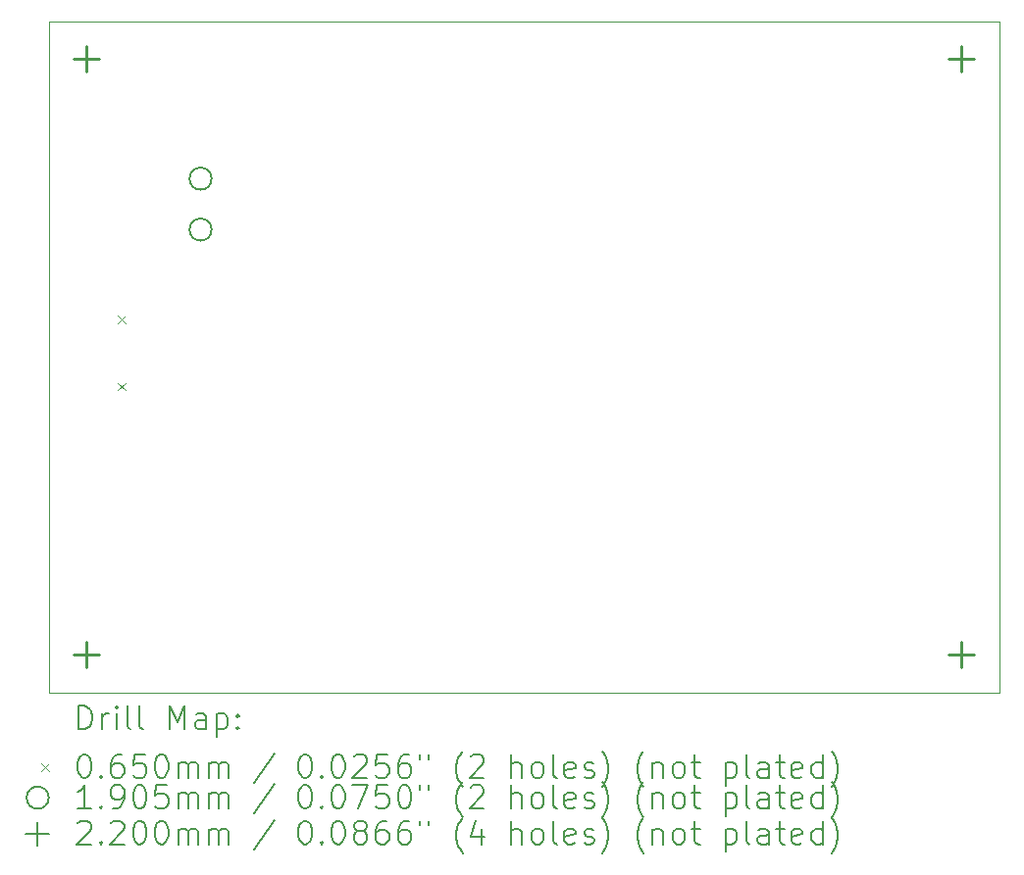
<source format=gbr>
%TF.GenerationSoftware,KiCad,Pcbnew,7.0.10-7.0.10~ubuntu20.04.1*%
%TF.CreationDate,2024-05-01T22:26:40+02:00*%
%TF.ProjectId,endeavour,656e6465-6176-46f7-9572-2e6b69636164,rev?*%
%TF.SameCoordinates,Original*%
%TF.FileFunction,Drillmap*%
%TF.FilePolarity,Positive*%
%FSLAX45Y45*%
G04 Gerber Fmt 4.5, Leading zero omitted, Abs format (unit mm)*
G04 Created by KiCad (PCBNEW 7.0.10-7.0.10~ubuntu20.04.1) date 2024-05-01 22:26:40*
%MOMM*%
%LPD*%
G01*
G04 APERTURE LIST*
%ADD10C,0.100000*%
%ADD11C,0.200000*%
%ADD12C,0.190500*%
%ADD13C,0.220000*%
G04 APERTURE END LIST*
D10*
X8167500Y-6000000D02*
X16367500Y-6000000D01*
X16367500Y-11800000D01*
X8167500Y-11800000D01*
X8167500Y-6000000D01*
D11*
D10*
X8758580Y-8546500D02*
X8823580Y-8611500D01*
X8823580Y-8546500D02*
X8758580Y-8611500D01*
X8758580Y-9124500D02*
X8823580Y-9189500D01*
X8823580Y-9124500D02*
X8758580Y-9189500D01*
D12*
X9568330Y-7360580D02*
G75*
G03*
X9377830Y-7360580I-95250J0D01*
G01*
X9377830Y-7360580D02*
G75*
G03*
X9568330Y-7360580I95250J0D01*
G01*
X9568330Y-7800000D02*
G75*
G03*
X9377830Y-7800000I-95250J0D01*
G01*
X9377830Y-7800000D02*
G75*
G03*
X9568330Y-7800000I95250J0D01*
G01*
D13*
X8490000Y-6215000D02*
X8490000Y-6435000D01*
X8380000Y-6325000D02*
X8600000Y-6325000D01*
X8490000Y-11362500D02*
X8490000Y-11582500D01*
X8380000Y-11472500D02*
X8600000Y-11472500D01*
X16040000Y-6215000D02*
X16040000Y-6435000D01*
X15930000Y-6325000D02*
X16150000Y-6325000D01*
X16040000Y-11365000D02*
X16040000Y-11585000D01*
X15930000Y-11475000D02*
X16150000Y-11475000D01*
D11*
X8423277Y-12116484D02*
X8423277Y-11916484D01*
X8423277Y-11916484D02*
X8470896Y-11916484D01*
X8470896Y-11916484D02*
X8499467Y-11926008D01*
X8499467Y-11926008D02*
X8518515Y-11945055D01*
X8518515Y-11945055D02*
X8528039Y-11964103D01*
X8528039Y-11964103D02*
X8537563Y-12002198D01*
X8537563Y-12002198D02*
X8537563Y-12030769D01*
X8537563Y-12030769D02*
X8528039Y-12068865D01*
X8528039Y-12068865D02*
X8518515Y-12087912D01*
X8518515Y-12087912D02*
X8499467Y-12106960D01*
X8499467Y-12106960D02*
X8470896Y-12116484D01*
X8470896Y-12116484D02*
X8423277Y-12116484D01*
X8623277Y-12116484D02*
X8623277Y-11983150D01*
X8623277Y-12021246D02*
X8632801Y-12002198D01*
X8632801Y-12002198D02*
X8642324Y-11992674D01*
X8642324Y-11992674D02*
X8661372Y-11983150D01*
X8661372Y-11983150D02*
X8680420Y-11983150D01*
X8747086Y-12116484D02*
X8747086Y-11983150D01*
X8747086Y-11916484D02*
X8737563Y-11926008D01*
X8737563Y-11926008D02*
X8747086Y-11935531D01*
X8747086Y-11935531D02*
X8756610Y-11926008D01*
X8756610Y-11926008D02*
X8747086Y-11916484D01*
X8747086Y-11916484D02*
X8747086Y-11935531D01*
X8870896Y-12116484D02*
X8851848Y-12106960D01*
X8851848Y-12106960D02*
X8842324Y-12087912D01*
X8842324Y-12087912D02*
X8842324Y-11916484D01*
X8975658Y-12116484D02*
X8956610Y-12106960D01*
X8956610Y-12106960D02*
X8947086Y-12087912D01*
X8947086Y-12087912D02*
X8947086Y-11916484D01*
X9204229Y-12116484D02*
X9204229Y-11916484D01*
X9204229Y-11916484D02*
X9270896Y-12059341D01*
X9270896Y-12059341D02*
X9337563Y-11916484D01*
X9337563Y-11916484D02*
X9337563Y-12116484D01*
X9518515Y-12116484D02*
X9518515Y-12011722D01*
X9518515Y-12011722D02*
X9508991Y-11992674D01*
X9508991Y-11992674D02*
X9489944Y-11983150D01*
X9489944Y-11983150D02*
X9451848Y-11983150D01*
X9451848Y-11983150D02*
X9432801Y-11992674D01*
X9518515Y-12106960D02*
X9499467Y-12116484D01*
X9499467Y-12116484D02*
X9451848Y-12116484D01*
X9451848Y-12116484D02*
X9432801Y-12106960D01*
X9432801Y-12106960D02*
X9423277Y-12087912D01*
X9423277Y-12087912D02*
X9423277Y-12068865D01*
X9423277Y-12068865D02*
X9432801Y-12049817D01*
X9432801Y-12049817D02*
X9451848Y-12040293D01*
X9451848Y-12040293D02*
X9499467Y-12040293D01*
X9499467Y-12040293D02*
X9518515Y-12030769D01*
X9613753Y-11983150D02*
X9613753Y-12183150D01*
X9613753Y-11992674D02*
X9632801Y-11983150D01*
X9632801Y-11983150D02*
X9670896Y-11983150D01*
X9670896Y-11983150D02*
X9689944Y-11992674D01*
X9689944Y-11992674D02*
X9699467Y-12002198D01*
X9699467Y-12002198D02*
X9708991Y-12021246D01*
X9708991Y-12021246D02*
X9708991Y-12078388D01*
X9708991Y-12078388D02*
X9699467Y-12097436D01*
X9699467Y-12097436D02*
X9689944Y-12106960D01*
X9689944Y-12106960D02*
X9670896Y-12116484D01*
X9670896Y-12116484D02*
X9632801Y-12116484D01*
X9632801Y-12116484D02*
X9613753Y-12106960D01*
X9794705Y-12097436D02*
X9804229Y-12106960D01*
X9804229Y-12106960D02*
X9794705Y-12116484D01*
X9794705Y-12116484D02*
X9785182Y-12106960D01*
X9785182Y-12106960D02*
X9794705Y-12097436D01*
X9794705Y-12097436D02*
X9794705Y-12116484D01*
X9794705Y-11992674D02*
X9804229Y-12002198D01*
X9804229Y-12002198D02*
X9794705Y-12011722D01*
X9794705Y-12011722D02*
X9785182Y-12002198D01*
X9785182Y-12002198D02*
X9794705Y-11992674D01*
X9794705Y-11992674D02*
X9794705Y-12011722D01*
D10*
X8097500Y-12412500D02*
X8162500Y-12477500D01*
X8162500Y-12412500D02*
X8097500Y-12477500D01*
D11*
X8461372Y-12336484D02*
X8480420Y-12336484D01*
X8480420Y-12336484D02*
X8499467Y-12346008D01*
X8499467Y-12346008D02*
X8508991Y-12355531D01*
X8508991Y-12355531D02*
X8518515Y-12374579D01*
X8518515Y-12374579D02*
X8528039Y-12412674D01*
X8528039Y-12412674D02*
X8528039Y-12460293D01*
X8528039Y-12460293D02*
X8518515Y-12498388D01*
X8518515Y-12498388D02*
X8508991Y-12517436D01*
X8508991Y-12517436D02*
X8499467Y-12526960D01*
X8499467Y-12526960D02*
X8480420Y-12536484D01*
X8480420Y-12536484D02*
X8461372Y-12536484D01*
X8461372Y-12536484D02*
X8442324Y-12526960D01*
X8442324Y-12526960D02*
X8432801Y-12517436D01*
X8432801Y-12517436D02*
X8423277Y-12498388D01*
X8423277Y-12498388D02*
X8413753Y-12460293D01*
X8413753Y-12460293D02*
X8413753Y-12412674D01*
X8413753Y-12412674D02*
X8423277Y-12374579D01*
X8423277Y-12374579D02*
X8432801Y-12355531D01*
X8432801Y-12355531D02*
X8442324Y-12346008D01*
X8442324Y-12346008D02*
X8461372Y-12336484D01*
X8613753Y-12517436D02*
X8623277Y-12526960D01*
X8623277Y-12526960D02*
X8613753Y-12536484D01*
X8613753Y-12536484D02*
X8604229Y-12526960D01*
X8604229Y-12526960D02*
X8613753Y-12517436D01*
X8613753Y-12517436D02*
X8613753Y-12536484D01*
X8794705Y-12336484D02*
X8756610Y-12336484D01*
X8756610Y-12336484D02*
X8737563Y-12346008D01*
X8737563Y-12346008D02*
X8728039Y-12355531D01*
X8728039Y-12355531D02*
X8708991Y-12384103D01*
X8708991Y-12384103D02*
X8699467Y-12422198D01*
X8699467Y-12422198D02*
X8699467Y-12498388D01*
X8699467Y-12498388D02*
X8708991Y-12517436D01*
X8708991Y-12517436D02*
X8718515Y-12526960D01*
X8718515Y-12526960D02*
X8737563Y-12536484D01*
X8737563Y-12536484D02*
X8775658Y-12536484D01*
X8775658Y-12536484D02*
X8794705Y-12526960D01*
X8794705Y-12526960D02*
X8804229Y-12517436D01*
X8804229Y-12517436D02*
X8813753Y-12498388D01*
X8813753Y-12498388D02*
X8813753Y-12450769D01*
X8813753Y-12450769D02*
X8804229Y-12431722D01*
X8804229Y-12431722D02*
X8794705Y-12422198D01*
X8794705Y-12422198D02*
X8775658Y-12412674D01*
X8775658Y-12412674D02*
X8737563Y-12412674D01*
X8737563Y-12412674D02*
X8718515Y-12422198D01*
X8718515Y-12422198D02*
X8708991Y-12431722D01*
X8708991Y-12431722D02*
X8699467Y-12450769D01*
X8994705Y-12336484D02*
X8899467Y-12336484D01*
X8899467Y-12336484D02*
X8889944Y-12431722D01*
X8889944Y-12431722D02*
X8899467Y-12422198D01*
X8899467Y-12422198D02*
X8918515Y-12412674D01*
X8918515Y-12412674D02*
X8966134Y-12412674D01*
X8966134Y-12412674D02*
X8985182Y-12422198D01*
X8985182Y-12422198D02*
X8994705Y-12431722D01*
X8994705Y-12431722D02*
X9004229Y-12450769D01*
X9004229Y-12450769D02*
X9004229Y-12498388D01*
X9004229Y-12498388D02*
X8994705Y-12517436D01*
X8994705Y-12517436D02*
X8985182Y-12526960D01*
X8985182Y-12526960D02*
X8966134Y-12536484D01*
X8966134Y-12536484D02*
X8918515Y-12536484D01*
X8918515Y-12536484D02*
X8899467Y-12526960D01*
X8899467Y-12526960D02*
X8889944Y-12517436D01*
X9128039Y-12336484D02*
X9147086Y-12336484D01*
X9147086Y-12336484D02*
X9166134Y-12346008D01*
X9166134Y-12346008D02*
X9175658Y-12355531D01*
X9175658Y-12355531D02*
X9185182Y-12374579D01*
X9185182Y-12374579D02*
X9194705Y-12412674D01*
X9194705Y-12412674D02*
X9194705Y-12460293D01*
X9194705Y-12460293D02*
X9185182Y-12498388D01*
X9185182Y-12498388D02*
X9175658Y-12517436D01*
X9175658Y-12517436D02*
X9166134Y-12526960D01*
X9166134Y-12526960D02*
X9147086Y-12536484D01*
X9147086Y-12536484D02*
X9128039Y-12536484D01*
X9128039Y-12536484D02*
X9108991Y-12526960D01*
X9108991Y-12526960D02*
X9099467Y-12517436D01*
X9099467Y-12517436D02*
X9089944Y-12498388D01*
X9089944Y-12498388D02*
X9080420Y-12460293D01*
X9080420Y-12460293D02*
X9080420Y-12412674D01*
X9080420Y-12412674D02*
X9089944Y-12374579D01*
X9089944Y-12374579D02*
X9099467Y-12355531D01*
X9099467Y-12355531D02*
X9108991Y-12346008D01*
X9108991Y-12346008D02*
X9128039Y-12336484D01*
X9280420Y-12536484D02*
X9280420Y-12403150D01*
X9280420Y-12422198D02*
X9289944Y-12412674D01*
X9289944Y-12412674D02*
X9308991Y-12403150D01*
X9308991Y-12403150D02*
X9337563Y-12403150D01*
X9337563Y-12403150D02*
X9356610Y-12412674D01*
X9356610Y-12412674D02*
X9366134Y-12431722D01*
X9366134Y-12431722D02*
X9366134Y-12536484D01*
X9366134Y-12431722D02*
X9375658Y-12412674D01*
X9375658Y-12412674D02*
X9394705Y-12403150D01*
X9394705Y-12403150D02*
X9423277Y-12403150D01*
X9423277Y-12403150D02*
X9442325Y-12412674D01*
X9442325Y-12412674D02*
X9451848Y-12431722D01*
X9451848Y-12431722D02*
X9451848Y-12536484D01*
X9547086Y-12536484D02*
X9547086Y-12403150D01*
X9547086Y-12422198D02*
X9556610Y-12412674D01*
X9556610Y-12412674D02*
X9575658Y-12403150D01*
X9575658Y-12403150D02*
X9604229Y-12403150D01*
X9604229Y-12403150D02*
X9623277Y-12412674D01*
X9623277Y-12412674D02*
X9632801Y-12431722D01*
X9632801Y-12431722D02*
X9632801Y-12536484D01*
X9632801Y-12431722D02*
X9642325Y-12412674D01*
X9642325Y-12412674D02*
X9661372Y-12403150D01*
X9661372Y-12403150D02*
X9689944Y-12403150D01*
X9689944Y-12403150D02*
X9708991Y-12412674D01*
X9708991Y-12412674D02*
X9718515Y-12431722D01*
X9718515Y-12431722D02*
X9718515Y-12536484D01*
X10108991Y-12326960D02*
X9937563Y-12584103D01*
X10366134Y-12336484D02*
X10385182Y-12336484D01*
X10385182Y-12336484D02*
X10404229Y-12346008D01*
X10404229Y-12346008D02*
X10413753Y-12355531D01*
X10413753Y-12355531D02*
X10423277Y-12374579D01*
X10423277Y-12374579D02*
X10432801Y-12412674D01*
X10432801Y-12412674D02*
X10432801Y-12460293D01*
X10432801Y-12460293D02*
X10423277Y-12498388D01*
X10423277Y-12498388D02*
X10413753Y-12517436D01*
X10413753Y-12517436D02*
X10404229Y-12526960D01*
X10404229Y-12526960D02*
X10385182Y-12536484D01*
X10385182Y-12536484D02*
X10366134Y-12536484D01*
X10366134Y-12536484D02*
X10347087Y-12526960D01*
X10347087Y-12526960D02*
X10337563Y-12517436D01*
X10337563Y-12517436D02*
X10328039Y-12498388D01*
X10328039Y-12498388D02*
X10318515Y-12460293D01*
X10318515Y-12460293D02*
X10318515Y-12412674D01*
X10318515Y-12412674D02*
X10328039Y-12374579D01*
X10328039Y-12374579D02*
X10337563Y-12355531D01*
X10337563Y-12355531D02*
X10347087Y-12346008D01*
X10347087Y-12346008D02*
X10366134Y-12336484D01*
X10518515Y-12517436D02*
X10528039Y-12526960D01*
X10528039Y-12526960D02*
X10518515Y-12536484D01*
X10518515Y-12536484D02*
X10508991Y-12526960D01*
X10508991Y-12526960D02*
X10518515Y-12517436D01*
X10518515Y-12517436D02*
X10518515Y-12536484D01*
X10651848Y-12336484D02*
X10670896Y-12336484D01*
X10670896Y-12336484D02*
X10689944Y-12346008D01*
X10689944Y-12346008D02*
X10699468Y-12355531D01*
X10699468Y-12355531D02*
X10708991Y-12374579D01*
X10708991Y-12374579D02*
X10718515Y-12412674D01*
X10718515Y-12412674D02*
X10718515Y-12460293D01*
X10718515Y-12460293D02*
X10708991Y-12498388D01*
X10708991Y-12498388D02*
X10699468Y-12517436D01*
X10699468Y-12517436D02*
X10689944Y-12526960D01*
X10689944Y-12526960D02*
X10670896Y-12536484D01*
X10670896Y-12536484D02*
X10651848Y-12536484D01*
X10651848Y-12536484D02*
X10632801Y-12526960D01*
X10632801Y-12526960D02*
X10623277Y-12517436D01*
X10623277Y-12517436D02*
X10613753Y-12498388D01*
X10613753Y-12498388D02*
X10604229Y-12460293D01*
X10604229Y-12460293D02*
X10604229Y-12412674D01*
X10604229Y-12412674D02*
X10613753Y-12374579D01*
X10613753Y-12374579D02*
X10623277Y-12355531D01*
X10623277Y-12355531D02*
X10632801Y-12346008D01*
X10632801Y-12346008D02*
X10651848Y-12336484D01*
X10794706Y-12355531D02*
X10804229Y-12346008D01*
X10804229Y-12346008D02*
X10823277Y-12336484D01*
X10823277Y-12336484D02*
X10870896Y-12336484D01*
X10870896Y-12336484D02*
X10889944Y-12346008D01*
X10889944Y-12346008D02*
X10899468Y-12355531D01*
X10899468Y-12355531D02*
X10908991Y-12374579D01*
X10908991Y-12374579D02*
X10908991Y-12393627D01*
X10908991Y-12393627D02*
X10899468Y-12422198D01*
X10899468Y-12422198D02*
X10785182Y-12536484D01*
X10785182Y-12536484D02*
X10908991Y-12536484D01*
X11089944Y-12336484D02*
X10994706Y-12336484D01*
X10994706Y-12336484D02*
X10985182Y-12431722D01*
X10985182Y-12431722D02*
X10994706Y-12422198D01*
X10994706Y-12422198D02*
X11013753Y-12412674D01*
X11013753Y-12412674D02*
X11061372Y-12412674D01*
X11061372Y-12412674D02*
X11080420Y-12422198D01*
X11080420Y-12422198D02*
X11089944Y-12431722D01*
X11089944Y-12431722D02*
X11099468Y-12450769D01*
X11099468Y-12450769D02*
X11099468Y-12498388D01*
X11099468Y-12498388D02*
X11089944Y-12517436D01*
X11089944Y-12517436D02*
X11080420Y-12526960D01*
X11080420Y-12526960D02*
X11061372Y-12536484D01*
X11061372Y-12536484D02*
X11013753Y-12536484D01*
X11013753Y-12536484D02*
X10994706Y-12526960D01*
X10994706Y-12526960D02*
X10985182Y-12517436D01*
X11270896Y-12336484D02*
X11232801Y-12336484D01*
X11232801Y-12336484D02*
X11213753Y-12346008D01*
X11213753Y-12346008D02*
X11204229Y-12355531D01*
X11204229Y-12355531D02*
X11185182Y-12384103D01*
X11185182Y-12384103D02*
X11175658Y-12422198D01*
X11175658Y-12422198D02*
X11175658Y-12498388D01*
X11175658Y-12498388D02*
X11185182Y-12517436D01*
X11185182Y-12517436D02*
X11194706Y-12526960D01*
X11194706Y-12526960D02*
X11213753Y-12536484D01*
X11213753Y-12536484D02*
X11251848Y-12536484D01*
X11251848Y-12536484D02*
X11270896Y-12526960D01*
X11270896Y-12526960D02*
X11280420Y-12517436D01*
X11280420Y-12517436D02*
X11289944Y-12498388D01*
X11289944Y-12498388D02*
X11289944Y-12450769D01*
X11289944Y-12450769D02*
X11280420Y-12431722D01*
X11280420Y-12431722D02*
X11270896Y-12422198D01*
X11270896Y-12422198D02*
X11251848Y-12412674D01*
X11251848Y-12412674D02*
X11213753Y-12412674D01*
X11213753Y-12412674D02*
X11194706Y-12422198D01*
X11194706Y-12422198D02*
X11185182Y-12431722D01*
X11185182Y-12431722D02*
X11175658Y-12450769D01*
X11366134Y-12336484D02*
X11366134Y-12374579D01*
X11442325Y-12336484D02*
X11442325Y-12374579D01*
X11737563Y-12612674D02*
X11728039Y-12603150D01*
X11728039Y-12603150D02*
X11708991Y-12574579D01*
X11708991Y-12574579D02*
X11699468Y-12555531D01*
X11699468Y-12555531D02*
X11689944Y-12526960D01*
X11689944Y-12526960D02*
X11680420Y-12479341D01*
X11680420Y-12479341D02*
X11680420Y-12441246D01*
X11680420Y-12441246D02*
X11689944Y-12393627D01*
X11689944Y-12393627D02*
X11699468Y-12365055D01*
X11699468Y-12365055D02*
X11708991Y-12346008D01*
X11708991Y-12346008D02*
X11728039Y-12317436D01*
X11728039Y-12317436D02*
X11737563Y-12307912D01*
X11804229Y-12355531D02*
X11813753Y-12346008D01*
X11813753Y-12346008D02*
X11832801Y-12336484D01*
X11832801Y-12336484D02*
X11880420Y-12336484D01*
X11880420Y-12336484D02*
X11899468Y-12346008D01*
X11899468Y-12346008D02*
X11908991Y-12355531D01*
X11908991Y-12355531D02*
X11918515Y-12374579D01*
X11918515Y-12374579D02*
X11918515Y-12393627D01*
X11918515Y-12393627D02*
X11908991Y-12422198D01*
X11908991Y-12422198D02*
X11794706Y-12536484D01*
X11794706Y-12536484D02*
X11918515Y-12536484D01*
X12156610Y-12536484D02*
X12156610Y-12336484D01*
X12242325Y-12536484D02*
X12242325Y-12431722D01*
X12242325Y-12431722D02*
X12232801Y-12412674D01*
X12232801Y-12412674D02*
X12213753Y-12403150D01*
X12213753Y-12403150D02*
X12185182Y-12403150D01*
X12185182Y-12403150D02*
X12166134Y-12412674D01*
X12166134Y-12412674D02*
X12156610Y-12422198D01*
X12366134Y-12536484D02*
X12347087Y-12526960D01*
X12347087Y-12526960D02*
X12337563Y-12517436D01*
X12337563Y-12517436D02*
X12328039Y-12498388D01*
X12328039Y-12498388D02*
X12328039Y-12441246D01*
X12328039Y-12441246D02*
X12337563Y-12422198D01*
X12337563Y-12422198D02*
X12347087Y-12412674D01*
X12347087Y-12412674D02*
X12366134Y-12403150D01*
X12366134Y-12403150D02*
X12394706Y-12403150D01*
X12394706Y-12403150D02*
X12413753Y-12412674D01*
X12413753Y-12412674D02*
X12423277Y-12422198D01*
X12423277Y-12422198D02*
X12432801Y-12441246D01*
X12432801Y-12441246D02*
X12432801Y-12498388D01*
X12432801Y-12498388D02*
X12423277Y-12517436D01*
X12423277Y-12517436D02*
X12413753Y-12526960D01*
X12413753Y-12526960D02*
X12394706Y-12536484D01*
X12394706Y-12536484D02*
X12366134Y-12536484D01*
X12547087Y-12536484D02*
X12528039Y-12526960D01*
X12528039Y-12526960D02*
X12518515Y-12507912D01*
X12518515Y-12507912D02*
X12518515Y-12336484D01*
X12699468Y-12526960D02*
X12680420Y-12536484D01*
X12680420Y-12536484D02*
X12642325Y-12536484D01*
X12642325Y-12536484D02*
X12623277Y-12526960D01*
X12623277Y-12526960D02*
X12613753Y-12507912D01*
X12613753Y-12507912D02*
X12613753Y-12431722D01*
X12613753Y-12431722D02*
X12623277Y-12412674D01*
X12623277Y-12412674D02*
X12642325Y-12403150D01*
X12642325Y-12403150D02*
X12680420Y-12403150D01*
X12680420Y-12403150D02*
X12699468Y-12412674D01*
X12699468Y-12412674D02*
X12708991Y-12431722D01*
X12708991Y-12431722D02*
X12708991Y-12450769D01*
X12708991Y-12450769D02*
X12613753Y-12469817D01*
X12785182Y-12526960D02*
X12804230Y-12536484D01*
X12804230Y-12536484D02*
X12842325Y-12536484D01*
X12842325Y-12536484D02*
X12861372Y-12526960D01*
X12861372Y-12526960D02*
X12870896Y-12507912D01*
X12870896Y-12507912D02*
X12870896Y-12498388D01*
X12870896Y-12498388D02*
X12861372Y-12479341D01*
X12861372Y-12479341D02*
X12842325Y-12469817D01*
X12842325Y-12469817D02*
X12813753Y-12469817D01*
X12813753Y-12469817D02*
X12794706Y-12460293D01*
X12794706Y-12460293D02*
X12785182Y-12441246D01*
X12785182Y-12441246D02*
X12785182Y-12431722D01*
X12785182Y-12431722D02*
X12794706Y-12412674D01*
X12794706Y-12412674D02*
X12813753Y-12403150D01*
X12813753Y-12403150D02*
X12842325Y-12403150D01*
X12842325Y-12403150D02*
X12861372Y-12412674D01*
X12937563Y-12612674D02*
X12947087Y-12603150D01*
X12947087Y-12603150D02*
X12966134Y-12574579D01*
X12966134Y-12574579D02*
X12975658Y-12555531D01*
X12975658Y-12555531D02*
X12985182Y-12526960D01*
X12985182Y-12526960D02*
X12994706Y-12479341D01*
X12994706Y-12479341D02*
X12994706Y-12441246D01*
X12994706Y-12441246D02*
X12985182Y-12393627D01*
X12985182Y-12393627D02*
X12975658Y-12365055D01*
X12975658Y-12365055D02*
X12966134Y-12346008D01*
X12966134Y-12346008D02*
X12947087Y-12317436D01*
X12947087Y-12317436D02*
X12937563Y-12307912D01*
X13299468Y-12612674D02*
X13289944Y-12603150D01*
X13289944Y-12603150D02*
X13270896Y-12574579D01*
X13270896Y-12574579D02*
X13261372Y-12555531D01*
X13261372Y-12555531D02*
X13251849Y-12526960D01*
X13251849Y-12526960D02*
X13242325Y-12479341D01*
X13242325Y-12479341D02*
X13242325Y-12441246D01*
X13242325Y-12441246D02*
X13251849Y-12393627D01*
X13251849Y-12393627D02*
X13261372Y-12365055D01*
X13261372Y-12365055D02*
X13270896Y-12346008D01*
X13270896Y-12346008D02*
X13289944Y-12317436D01*
X13289944Y-12317436D02*
X13299468Y-12307912D01*
X13375658Y-12403150D02*
X13375658Y-12536484D01*
X13375658Y-12422198D02*
X13385182Y-12412674D01*
X13385182Y-12412674D02*
X13404230Y-12403150D01*
X13404230Y-12403150D02*
X13432801Y-12403150D01*
X13432801Y-12403150D02*
X13451849Y-12412674D01*
X13451849Y-12412674D02*
X13461372Y-12431722D01*
X13461372Y-12431722D02*
X13461372Y-12536484D01*
X13585182Y-12536484D02*
X13566134Y-12526960D01*
X13566134Y-12526960D02*
X13556611Y-12517436D01*
X13556611Y-12517436D02*
X13547087Y-12498388D01*
X13547087Y-12498388D02*
X13547087Y-12441246D01*
X13547087Y-12441246D02*
X13556611Y-12422198D01*
X13556611Y-12422198D02*
X13566134Y-12412674D01*
X13566134Y-12412674D02*
X13585182Y-12403150D01*
X13585182Y-12403150D02*
X13613753Y-12403150D01*
X13613753Y-12403150D02*
X13632801Y-12412674D01*
X13632801Y-12412674D02*
X13642325Y-12422198D01*
X13642325Y-12422198D02*
X13651849Y-12441246D01*
X13651849Y-12441246D02*
X13651849Y-12498388D01*
X13651849Y-12498388D02*
X13642325Y-12517436D01*
X13642325Y-12517436D02*
X13632801Y-12526960D01*
X13632801Y-12526960D02*
X13613753Y-12536484D01*
X13613753Y-12536484D02*
X13585182Y-12536484D01*
X13708992Y-12403150D02*
X13785182Y-12403150D01*
X13737563Y-12336484D02*
X13737563Y-12507912D01*
X13737563Y-12507912D02*
X13747087Y-12526960D01*
X13747087Y-12526960D02*
X13766134Y-12536484D01*
X13766134Y-12536484D02*
X13785182Y-12536484D01*
X14004230Y-12403150D02*
X14004230Y-12603150D01*
X14004230Y-12412674D02*
X14023277Y-12403150D01*
X14023277Y-12403150D02*
X14061373Y-12403150D01*
X14061373Y-12403150D02*
X14080420Y-12412674D01*
X14080420Y-12412674D02*
X14089944Y-12422198D01*
X14089944Y-12422198D02*
X14099468Y-12441246D01*
X14099468Y-12441246D02*
X14099468Y-12498388D01*
X14099468Y-12498388D02*
X14089944Y-12517436D01*
X14089944Y-12517436D02*
X14080420Y-12526960D01*
X14080420Y-12526960D02*
X14061373Y-12536484D01*
X14061373Y-12536484D02*
X14023277Y-12536484D01*
X14023277Y-12536484D02*
X14004230Y-12526960D01*
X14213753Y-12536484D02*
X14194706Y-12526960D01*
X14194706Y-12526960D02*
X14185182Y-12507912D01*
X14185182Y-12507912D02*
X14185182Y-12336484D01*
X14375658Y-12536484D02*
X14375658Y-12431722D01*
X14375658Y-12431722D02*
X14366134Y-12412674D01*
X14366134Y-12412674D02*
X14347087Y-12403150D01*
X14347087Y-12403150D02*
X14308992Y-12403150D01*
X14308992Y-12403150D02*
X14289944Y-12412674D01*
X14375658Y-12526960D02*
X14356611Y-12536484D01*
X14356611Y-12536484D02*
X14308992Y-12536484D01*
X14308992Y-12536484D02*
X14289944Y-12526960D01*
X14289944Y-12526960D02*
X14280420Y-12507912D01*
X14280420Y-12507912D02*
X14280420Y-12488865D01*
X14280420Y-12488865D02*
X14289944Y-12469817D01*
X14289944Y-12469817D02*
X14308992Y-12460293D01*
X14308992Y-12460293D02*
X14356611Y-12460293D01*
X14356611Y-12460293D02*
X14375658Y-12450769D01*
X14442325Y-12403150D02*
X14518515Y-12403150D01*
X14470896Y-12336484D02*
X14470896Y-12507912D01*
X14470896Y-12507912D02*
X14480420Y-12526960D01*
X14480420Y-12526960D02*
X14499468Y-12536484D01*
X14499468Y-12536484D02*
X14518515Y-12536484D01*
X14661373Y-12526960D02*
X14642325Y-12536484D01*
X14642325Y-12536484D02*
X14604230Y-12536484D01*
X14604230Y-12536484D02*
X14585182Y-12526960D01*
X14585182Y-12526960D02*
X14575658Y-12507912D01*
X14575658Y-12507912D02*
X14575658Y-12431722D01*
X14575658Y-12431722D02*
X14585182Y-12412674D01*
X14585182Y-12412674D02*
X14604230Y-12403150D01*
X14604230Y-12403150D02*
X14642325Y-12403150D01*
X14642325Y-12403150D02*
X14661373Y-12412674D01*
X14661373Y-12412674D02*
X14670896Y-12431722D01*
X14670896Y-12431722D02*
X14670896Y-12450769D01*
X14670896Y-12450769D02*
X14575658Y-12469817D01*
X14842325Y-12536484D02*
X14842325Y-12336484D01*
X14842325Y-12526960D02*
X14823277Y-12536484D01*
X14823277Y-12536484D02*
X14785182Y-12536484D01*
X14785182Y-12536484D02*
X14766134Y-12526960D01*
X14766134Y-12526960D02*
X14756611Y-12517436D01*
X14756611Y-12517436D02*
X14747087Y-12498388D01*
X14747087Y-12498388D02*
X14747087Y-12441246D01*
X14747087Y-12441246D02*
X14756611Y-12422198D01*
X14756611Y-12422198D02*
X14766134Y-12412674D01*
X14766134Y-12412674D02*
X14785182Y-12403150D01*
X14785182Y-12403150D02*
X14823277Y-12403150D01*
X14823277Y-12403150D02*
X14842325Y-12412674D01*
X14918515Y-12612674D02*
X14928039Y-12603150D01*
X14928039Y-12603150D02*
X14947087Y-12574579D01*
X14947087Y-12574579D02*
X14956611Y-12555531D01*
X14956611Y-12555531D02*
X14966134Y-12526960D01*
X14966134Y-12526960D02*
X14975658Y-12479341D01*
X14975658Y-12479341D02*
X14975658Y-12441246D01*
X14975658Y-12441246D02*
X14966134Y-12393627D01*
X14966134Y-12393627D02*
X14956611Y-12365055D01*
X14956611Y-12365055D02*
X14947087Y-12346008D01*
X14947087Y-12346008D02*
X14928039Y-12317436D01*
X14928039Y-12317436D02*
X14918515Y-12307912D01*
D12*
X8162500Y-12709000D02*
G75*
G03*
X7972000Y-12709000I-95250J0D01*
G01*
X7972000Y-12709000D02*
G75*
G03*
X8162500Y-12709000I95250J0D01*
G01*
D11*
X8528039Y-12800484D02*
X8413753Y-12800484D01*
X8470896Y-12800484D02*
X8470896Y-12600484D01*
X8470896Y-12600484D02*
X8451848Y-12629055D01*
X8451848Y-12629055D02*
X8432801Y-12648103D01*
X8432801Y-12648103D02*
X8413753Y-12657627D01*
X8613753Y-12781436D02*
X8623277Y-12790960D01*
X8623277Y-12790960D02*
X8613753Y-12800484D01*
X8613753Y-12800484D02*
X8604229Y-12790960D01*
X8604229Y-12790960D02*
X8613753Y-12781436D01*
X8613753Y-12781436D02*
X8613753Y-12800484D01*
X8718515Y-12800484D02*
X8756610Y-12800484D01*
X8756610Y-12800484D02*
X8775658Y-12790960D01*
X8775658Y-12790960D02*
X8785182Y-12781436D01*
X8785182Y-12781436D02*
X8804229Y-12752865D01*
X8804229Y-12752865D02*
X8813753Y-12714769D01*
X8813753Y-12714769D02*
X8813753Y-12638579D01*
X8813753Y-12638579D02*
X8804229Y-12619531D01*
X8804229Y-12619531D02*
X8794705Y-12610008D01*
X8794705Y-12610008D02*
X8775658Y-12600484D01*
X8775658Y-12600484D02*
X8737563Y-12600484D01*
X8737563Y-12600484D02*
X8718515Y-12610008D01*
X8718515Y-12610008D02*
X8708991Y-12619531D01*
X8708991Y-12619531D02*
X8699467Y-12638579D01*
X8699467Y-12638579D02*
X8699467Y-12686198D01*
X8699467Y-12686198D02*
X8708991Y-12705246D01*
X8708991Y-12705246D02*
X8718515Y-12714769D01*
X8718515Y-12714769D02*
X8737563Y-12724293D01*
X8737563Y-12724293D02*
X8775658Y-12724293D01*
X8775658Y-12724293D02*
X8794705Y-12714769D01*
X8794705Y-12714769D02*
X8804229Y-12705246D01*
X8804229Y-12705246D02*
X8813753Y-12686198D01*
X8937563Y-12600484D02*
X8956610Y-12600484D01*
X8956610Y-12600484D02*
X8975658Y-12610008D01*
X8975658Y-12610008D02*
X8985182Y-12619531D01*
X8985182Y-12619531D02*
X8994705Y-12638579D01*
X8994705Y-12638579D02*
X9004229Y-12676674D01*
X9004229Y-12676674D02*
X9004229Y-12724293D01*
X9004229Y-12724293D02*
X8994705Y-12762388D01*
X8994705Y-12762388D02*
X8985182Y-12781436D01*
X8985182Y-12781436D02*
X8975658Y-12790960D01*
X8975658Y-12790960D02*
X8956610Y-12800484D01*
X8956610Y-12800484D02*
X8937563Y-12800484D01*
X8937563Y-12800484D02*
X8918515Y-12790960D01*
X8918515Y-12790960D02*
X8908991Y-12781436D01*
X8908991Y-12781436D02*
X8899467Y-12762388D01*
X8899467Y-12762388D02*
X8889944Y-12724293D01*
X8889944Y-12724293D02*
X8889944Y-12676674D01*
X8889944Y-12676674D02*
X8899467Y-12638579D01*
X8899467Y-12638579D02*
X8908991Y-12619531D01*
X8908991Y-12619531D02*
X8918515Y-12610008D01*
X8918515Y-12610008D02*
X8937563Y-12600484D01*
X9185182Y-12600484D02*
X9089944Y-12600484D01*
X9089944Y-12600484D02*
X9080420Y-12695722D01*
X9080420Y-12695722D02*
X9089944Y-12686198D01*
X9089944Y-12686198D02*
X9108991Y-12676674D01*
X9108991Y-12676674D02*
X9156610Y-12676674D01*
X9156610Y-12676674D02*
X9175658Y-12686198D01*
X9175658Y-12686198D02*
X9185182Y-12695722D01*
X9185182Y-12695722D02*
X9194705Y-12714769D01*
X9194705Y-12714769D02*
X9194705Y-12762388D01*
X9194705Y-12762388D02*
X9185182Y-12781436D01*
X9185182Y-12781436D02*
X9175658Y-12790960D01*
X9175658Y-12790960D02*
X9156610Y-12800484D01*
X9156610Y-12800484D02*
X9108991Y-12800484D01*
X9108991Y-12800484D02*
X9089944Y-12790960D01*
X9089944Y-12790960D02*
X9080420Y-12781436D01*
X9280420Y-12800484D02*
X9280420Y-12667150D01*
X9280420Y-12686198D02*
X9289944Y-12676674D01*
X9289944Y-12676674D02*
X9308991Y-12667150D01*
X9308991Y-12667150D02*
X9337563Y-12667150D01*
X9337563Y-12667150D02*
X9356610Y-12676674D01*
X9356610Y-12676674D02*
X9366134Y-12695722D01*
X9366134Y-12695722D02*
X9366134Y-12800484D01*
X9366134Y-12695722D02*
X9375658Y-12676674D01*
X9375658Y-12676674D02*
X9394705Y-12667150D01*
X9394705Y-12667150D02*
X9423277Y-12667150D01*
X9423277Y-12667150D02*
X9442325Y-12676674D01*
X9442325Y-12676674D02*
X9451848Y-12695722D01*
X9451848Y-12695722D02*
X9451848Y-12800484D01*
X9547086Y-12800484D02*
X9547086Y-12667150D01*
X9547086Y-12686198D02*
X9556610Y-12676674D01*
X9556610Y-12676674D02*
X9575658Y-12667150D01*
X9575658Y-12667150D02*
X9604229Y-12667150D01*
X9604229Y-12667150D02*
X9623277Y-12676674D01*
X9623277Y-12676674D02*
X9632801Y-12695722D01*
X9632801Y-12695722D02*
X9632801Y-12800484D01*
X9632801Y-12695722D02*
X9642325Y-12676674D01*
X9642325Y-12676674D02*
X9661372Y-12667150D01*
X9661372Y-12667150D02*
X9689944Y-12667150D01*
X9689944Y-12667150D02*
X9708991Y-12676674D01*
X9708991Y-12676674D02*
X9718515Y-12695722D01*
X9718515Y-12695722D02*
X9718515Y-12800484D01*
X10108991Y-12590960D02*
X9937563Y-12848103D01*
X10366134Y-12600484D02*
X10385182Y-12600484D01*
X10385182Y-12600484D02*
X10404229Y-12610008D01*
X10404229Y-12610008D02*
X10413753Y-12619531D01*
X10413753Y-12619531D02*
X10423277Y-12638579D01*
X10423277Y-12638579D02*
X10432801Y-12676674D01*
X10432801Y-12676674D02*
X10432801Y-12724293D01*
X10432801Y-12724293D02*
X10423277Y-12762388D01*
X10423277Y-12762388D02*
X10413753Y-12781436D01*
X10413753Y-12781436D02*
X10404229Y-12790960D01*
X10404229Y-12790960D02*
X10385182Y-12800484D01*
X10385182Y-12800484D02*
X10366134Y-12800484D01*
X10366134Y-12800484D02*
X10347087Y-12790960D01*
X10347087Y-12790960D02*
X10337563Y-12781436D01*
X10337563Y-12781436D02*
X10328039Y-12762388D01*
X10328039Y-12762388D02*
X10318515Y-12724293D01*
X10318515Y-12724293D02*
X10318515Y-12676674D01*
X10318515Y-12676674D02*
X10328039Y-12638579D01*
X10328039Y-12638579D02*
X10337563Y-12619531D01*
X10337563Y-12619531D02*
X10347087Y-12610008D01*
X10347087Y-12610008D02*
X10366134Y-12600484D01*
X10518515Y-12781436D02*
X10528039Y-12790960D01*
X10528039Y-12790960D02*
X10518515Y-12800484D01*
X10518515Y-12800484D02*
X10508991Y-12790960D01*
X10508991Y-12790960D02*
X10518515Y-12781436D01*
X10518515Y-12781436D02*
X10518515Y-12800484D01*
X10651848Y-12600484D02*
X10670896Y-12600484D01*
X10670896Y-12600484D02*
X10689944Y-12610008D01*
X10689944Y-12610008D02*
X10699468Y-12619531D01*
X10699468Y-12619531D02*
X10708991Y-12638579D01*
X10708991Y-12638579D02*
X10718515Y-12676674D01*
X10718515Y-12676674D02*
X10718515Y-12724293D01*
X10718515Y-12724293D02*
X10708991Y-12762388D01*
X10708991Y-12762388D02*
X10699468Y-12781436D01*
X10699468Y-12781436D02*
X10689944Y-12790960D01*
X10689944Y-12790960D02*
X10670896Y-12800484D01*
X10670896Y-12800484D02*
X10651848Y-12800484D01*
X10651848Y-12800484D02*
X10632801Y-12790960D01*
X10632801Y-12790960D02*
X10623277Y-12781436D01*
X10623277Y-12781436D02*
X10613753Y-12762388D01*
X10613753Y-12762388D02*
X10604229Y-12724293D01*
X10604229Y-12724293D02*
X10604229Y-12676674D01*
X10604229Y-12676674D02*
X10613753Y-12638579D01*
X10613753Y-12638579D02*
X10623277Y-12619531D01*
X10623277Y-12619531D02*
X10632801Y-12610008D01*
X10632801Y-12610008D02*
X10651848Y-12600484D01*
X10785182Y-12600484D02*
X10918515Y-12600484D01*
X10918515Y-12600484D02*
X10832801Y-12800484D01*
X11089944Y-12600484D02*
X10994706Y-12600484D01*
X10994706Y-12600484D02*
X10985182Y-12695722D01*
X10985182Y-12695722D02*
X10994706Y-12686198D01*
X10994706Y-12686198D02*
X11013753Y-12676674D01*
X11013753Y-12676674D02*
X11061372Y-12676674D01*
X11061372Y-12676674D02*
X11080420Y-12686198D01*
X11080420Y-12686198D02*
X11089944Y-12695722D01*
X11089944Y-12695722D02*
X11099468Y-12714769D01*
X11099468Y-12714769D02*
X11099468Y-12762388D01*
X11099468Y-12762388D02*
X11089944Y-12781436D01*
X11089944Y-12781436D02*
X11080420Y-12790960D01*
X11080420Y-12790960D02*
X11061372Y-12800484D01*
X11061372Y-12800484D02*
X11013753Y-12800484D01*
X11013753Y-12800484D02*
X10994706Y-12790960D01*
X10994706Y-12790960D02*
X10985182Y-12781436D01*
X11223277Y-12600484D02*
X11242325Y-12600484D01*
X11242325Y-12600484D02*
X11261372Y-12610008D01*
X11261372Y-12610008D02*
X11270896Y-12619531D01*
X11270896Y-12619531D02*
X11280420Y-12638579D01*
X11280420Y-12638579D02*
X11289944Y-12676674D01*
X11289944Y-12676674D02*
X11289944Y-12724293D01*
X11289944Y-12724293D02*
X11280420Y-12762388D01*
X11280420Y-12762388D02*
X11270896Y-12781436D01*
X11270896Y-12781436D02*
X11261372Y-12790960D01*
X11261372Y-12790960D02*
X11242325Y-12800484D01*
X11242325Y-12800484D02*
X11223277Y-12800484D01*
X11223277Y-12800484D02*
X11204229Y-12790960D01*
X11204229Y-12790960D02*
X11194706Y-12781436D01*
X11194706Y-12781436D02*
X11185182Y-12762388D01*
X11185182Y-12762388D02*
X11175658Y-12724293D01*
X11175658Y-12724293D02*
X11175658Y-12676674D01*
X11175658Y-12676674D02*
X11185182Y-12638579D01*
X11185182Y-12638579D02*
X11194706Y-12619531D01*
X11194706Y-12619531D02*
X11204229Y-12610008D01*
X11204229Y-12610008D02*
X11223277Y-12600484D01*
X11366134Y-12600484D02*
X11366134Y-12638579D01*
X11442325Y-12600484D02*
X11442325Y-12638579D01*
X11737563Y-12876674D02*
X11728039Y-12867150D01*
X11728039Y-12867150D02*
X11708991Y-12838579D01*
X11708991Y-12838579D02*
X11699468Y-12819531D01*
X11699468Y-12819531D02*
X11689944Y-12790960D01*
X11689944Y-12790960D02*
X11680420Y-12743341D01*
X11680420Y-12743341D02*
X11680420Y-12705246D01*
X11680420Y-12705246D02*
X11689944Y-12657627D01*
X11689944Y-12657627D02*
X11699468Y-12629055D01*
X11699468Y-12629055D02*
X11708991Y-12610008D01*
X11708991Y-12610008D02*
X11728039Y-12581436D01*
X11728039Y-12581436D02*
X11737563Y-12571912D01*
X11804229Y-12619531D02*
X11813753Y-12610008D01*
X11813753Y-12610008D02*
X11832801Y-12600484D01*
X11832801Y-12600484D02*
X11880420Y-12600484D01*
X11880420Y-12600484D02*
X11899468Y-12610008D01*
X11899468Y-12610008D02*
X11908991Y-12619531D01*
X11908991Y-12619531D02*
X11918515Y-12638579D01*
X11918515Y-12638579D02*
X11918515Y-12657627D01*
X11918515Y-12657627D02*
X11908991Y-12686198D01*
X11908991Y-12686198D02*
X11794706Y-12800484D01*
X11794706Y-12800484D02*
X11918515Y-12800484D01*
X12156610Y-12800484D02*
X12156610Y-12600484D01*
X12242325Y-12800484D02*
X12242325Y-12695722D01*
X12242325Y-12695722D02*
X12232801Y-12676674D01*
X12232801Y-12676674D02*
X12213753Y-12667150D01*
X12213753Y-12667150D02*
X12185182Y-12667150D01*
X12185182Y-12667150D02*
X12166134Y-12676674D01*
X12166134Y-12676674D02*
X12156610Y-12686198D01*
X12366134Y-12800484D02*
X12347087Y-12790960D01*
X12347087Y-12790960D02*
X12337563Y-12781436D01*
X12337563Y-12781436D02*
X12328039Y-12762388D01*
X12328039Y-12762388D02*
X12328039Y-12705246D01*
X12328039Y-12705246D02*
X12337563Y-12686198D01*
X12337563Y-12686198D02*
X12347087Y-12676674D01*
X12347087Y-12676674D02*
X12366134Y-12667150D01*
X12366134Y-12667150D02*
X12394706Y-12667150D01*
X12394706Y-12667150D02*
X12413753Y-12676674D01*
X12413753Y-12676674D02*
X12423277Y-12686198D01*
X12423277Y-12686198D02*
X12432801Y-12705246D01*
X12432801Y-12705246D02*
X12432801Y-12762388D01*
X12432801Y-12762388D02*
X12423277Y-12781436D01*
X12423277Y-12781436D02*
X12413753Y-12790960D01*
X12413753Y-12790960D02*
X12394706Y-12800484D01*
X12394706Y-12800484D02*
X12366134Y-12800484D01*
X12547087Y-12800484D02*
X12528039Y-12790960D01*
X12528039Y-12790960D02*
X12518515Y-12771912D01*
X12518515Y-12771912D02*
X12518515Y-12600484D01*
X12699468Y-12790960D02*
X12680420Y-12800484D01*
X12680420Y-12800484D02*
X12642325Y-12800484D01*
X12642325Y-12800484D02*
X12623277Y-12790960D01*
X12623277Y-12790960D02*
X12613753Y-12771912D01*
X12613753Y-12771912D02*
X12613753Y-12695722D01*
X12613753Y-12695722D02*
X12623277Y-12676674D01*
X12623277Y-12676674D02*
X12642325Y-12667150D01*
X12642325Y-12667150D02*
X12680420Y-12667150D01*
X12680420Y-12667150D02*
X12699468Y-12676674D01*
X12699468Y-12676674D02*
X12708991Y-12695722D01*
X12708991Y-12695722D02*
X12708991Y-12714769D01*
X12708991Y-12714769D02*
X12613753Y-12733817D01*
X12785182Y-12790960D02*
X12804230Y-12800484D01*
X12804230Y-12800484D02*
X12842325Y-12800484D01*
X12842325Y-12800484D02*
X12861372Y-12790960D01*
X12861372Y-12790960D02*
X12870896Y-12771912D01*
X12870896Y-12771912D02*
X12870896Y-12762388D01*
X12870896Y-12762388D02*
X12861372Y-12743341D01*
X12861372Y-12743341D02*
X12842325Y-12733817D01*
X12842325Y-12733817D02*
X12813753Y-12733817D01*
X12813753Y-12733817D02*
X12794706Y-12724293D01*
X12794706Y-12724293D02*
X12785182Y-12705246D01*
X12785182Y-12705246D02*
X12785182Y-12695722D01*
X12785182Y-12695722D02*
X12794706Y-12676674D01*
X12794706Y-12676674D02*
X12813753Y-12667150D01*
X12813753Y-12667150D02*
X12842325Y-12667150D01*
X12842325Y-12667150D02*
X12861372Y-12676674D01*
X12937563Y-12876674D02*
X12947087Y-12867150D01*
X12947087Y-12867150D02*
X12966134Y-12838579D01*
X12966134Y-12838579D02*
X12975658Y-12819531D01*
X12975658Y-12819531D02*
X12985182Y-12790960D01*
X12985182Y-12790960D02*
X12994706Y-12743341D01*
X12994706Y-12743341D02*
X12994706Y-12705246D01*
X12994706Y-12705246D02*
X12985182Y-12657627D01*
X12985182Y-12657627D02*
X12975658Y-12629055D01*
X12975658Y-12629055D02*
X12966134Y-12610008D01*
X12966134Y-12610008D02*
X12947087Y-12581436D01*
X12947087Y-12581436D02*
X12937563Y-12571912D01*
X13299468Y-12876674D02*
X13289944Y-12867150D01*
X13289944Y-12867150D02*
X13270896Y-12838579D01*
X13270896Y-12838579D02*
X13261372Y-12819531D01*
X13261372Y-12819531D02*
X13251849Y-12790960D01*
X13251849Y-12790960D02*
X13242325Y-12743341D01*
X13242325Y-12743341D02*
X13242325Y-12705246D01*
X13242325Y-12705246D02*
X13251849Y-12657627D01*
X13251849Y-12657627D02*
X13261372Y-12629055D01*
X13261372Y-12629055D02*
X13270896Y-12610008D01*
X13270896Y-12610008D02*
X13289944Y-12581436D01*
X13289944Y-12581436D02*
X13299468Y-12571912D01*
X13375658Y-12667150D02*
X13375658Y-12800484D01*
X13375658Y-12686198D02*
X13385182Y-12676674D01*
X13385182Y-12676674D02*
X13404230Y-12667150D01*
X13404230Y-12667150D02*
X13432801Y-12667150D01*
X13432801Y-12667150D02*
X13451849Y-12676674D01*
X13451849Y-12676674D02*
X13461372Y-12695722D01*
X13461372Y-12695722D02*
X13461372Y-12800484D01*
X13585182Y-12800484D02*
X13566134Y-12790960D01*
X13566134Y-12790960D02*
X13556611Y-12781436D01*
X13556611Y-12781436D02*
X13547087Y-12762388D01*
X13547087Y-12762388D02*
X13547087Y-12705246D01*
X13547087Y-12705246D02*
X13556611Y-12686198D01*
X13556611Y-12686198D02*
X13566134Y-12676674D01*
X13566134Y-12676674D02*
X13585182Y-12667150D01*
X13585182Y-12667150D02*
X13613753Y-12667150D01*
X13613753Y-12667150D02*
X13632801Y-12676674D01*
X13632801Y-12676674D02*
X13642325Y-12686198D01*
X13642325Y-12686198D02*
X13651849Y-12705246D01*
X13651849Y-12705246D02*
X13651849Y-12762388D01*
X13651849Y-12762388D02*
X13642325Y-12781436D01*
X13642325Y-12781436D02*
X13632801Y-12790960D01*
X13632801Y-12790960D02*
X13613753Y-12800484D01*
X13613753Y-12800484D02*
X13585182Y-12800484D01*
X13708992Y-12667150D02*
X13785182Y-12667150D01*
X13737563Y-12600484D02*
X13737563Y-12771912D01*
X13737563Y-12771912D02*
X13747087Y-12790960D01*
X13747087Y-12790960D02*
X13766134Y-12800484D01*
X13766134Y-12800484D02*
X13785182Y-12800484D01*
X14004230Y-12667150D02*
X14004230Y-12867150D01*
X14004230Y-12676674D02*
X14023277Y-12667150D01*
X14023277Y-12667150D02*
X14061373Y-12667150D01*
X14061373Y-12667150D02*
X14080420Y-12676674D01*
X14080420Y-12676674D02*
X14089944Y-12686198D01*
X14089944Y-12686198D02*
X14099468Y-12705246D01*
X14099468Y-12705246D02*
X14099468Y-12762388D01*
X14099468Y-12762388D02*
X14089944Y-12781436D01*
X14089944Y-12781436D02*
X14080420Y-12790960D01*
X14080420Y-12790960D02*
X14061373Y-12800484D01*
X14061373Y-12800484D02*
X14023277Y-12800484D01*
X14023277Y-12800484D02*
X14004230Y-12790960D01*
X14213753Y-12800484D02*
X14194706Y-12790960D01*
X14194706Y-12790960D02*
X14185182Y-12771912D01*
X14185182Y-12771912D02*
X14185182Y-12600484D01*
X14375658Y-12800484D02*
X14375658Y-12695722D01*
X14375658Y-12695722D02*
X14366134Y-12676674D01*
X14366134Y-12676674D02*
X14347087Y-12667150D01*
X14347087Y-12667150D02*
X14308992Y-12667150D01*
X14308992Y-12667150D02*
X14289944Y-12676674D01*
X14375658Y-12790960D02*
X14356611Y-12800484D01*
X14356611Y-12800484D02*
X14308992Y-12800484D01*
X14308992Y-12800484D02*
X14289944Y-12790960D01*
X14289944Y-12790960D02*
X14280420Y-12771912D01*
X14280420Y-12771912D02*
X14280420Y-12752865D01*
X14280420Y-12752865D02*
X14289944Y-12733817D01*
X14289944Y-12733817D02*
X14308992Y-12724293D01*
X14308992Y-12724293D02*
X14356611Y-12724293D01*
X14356611Y-12724293D02*
X14375658Y-12714769D01*
X14442325Y-12667150D02*
X14518515Y-12667150D01*
X14470896Y-12600484D02*
X14470896Y-12771912D01*
X14470896Y-12771912D02*
X14480420Y-12790960D01*
X14480420Y-12790960D02*
X14499468Y-12800484D01*
X14499468Y-12800484D02*
X14518515Y-12800484D01*
X14661373Y-12790960D02*
X14642325Y-12800484D01*
X14642325Y-12800484D02*
X14604230Y-12800484D01*
X14604230Y-12800484D02*
X14585182Y-12790960D01*
X14585182Y-12790960D02*
X14575658Y-12771912D01*
X14575658Y-12771912D02*
X14575658Y-12695722D01*
X14575658Y-12695722D02*
X14585182Y-12676674D01*
X14585182Y-12676674D02*
X14604230Y-12667150D01*
X14604230Y-12667150D02*
X14642325Y-12667150D01*
X14642325Y-12667150D02*
X14661373Y-12676674D01*
X14661373Y-12676674D02*
X14670896Y-12695722D01*
X14670896Y-12695722D02*
X14670896Y-12714769D01*
X14670896Y-12714769D02*
X14575658Y-12733817D01*
X14842325Y-12800484D02*
X14842325Y-12600484D01*
X14842325Y-12790960D02*
X14823277Y-12800484D01*
X14823277Y-12800484D02*
X14785182Y-12800484D01*
X14785182Y-12800484D02*
X14766134Y-12790960D01*
X14766134Y-12790960D02*
X14756611Y-12781436D01*
X14756611Y-12781436D02*
X14747087Y-12762388D01*
X14747087Y-12762388D02*
X14747087Y-12705246D01*
X14747087Y-12705246D02*
X14756611Y-12686198D01*
X14756611Y-12686198D02*
X14766134Y-12676674D01*
X14766134Y-12676674D02*
X14785182Y-12667150D01*
X14785182Y-12667150D02*
X14823277Y-12667150D01*
X14823277Y-12667150D02*
X14842325Y-12676674D01*
X14918515Y-12876674D02*
X14928039Y-12867150D01*
X14928039Y-12867150D02*
X14947087Y-12838579D01*
X14947087Y-12838579D02*
X14956611Y-12819531D01*
X14956611Y-12819531D02*
X14966134Y-12790960D01*
X14966134Y-12790960D02*
X14975658Y-12743341D01*
X14975658Y-12743341D02*
X14975658Y-12705246D01*
X14975658Y-12705246D02*
X14966134Y-12657627D01*
X14966134Y-12657627D02*
X14956611Y-12629055D01*
X14956611Y-12629055D02*
X14947087Y-12610008D01*
X14947087Y-12610008D02*
X14928039Y-12581436D01*
X14928039Y-12581436D02*
X14918515Y-12571912D01*
X8062500Y-12919500D02*
X8062500Y-13119500D01*
X7962500Y-13019500D02*
X8162500Y-13019500D01*
X8413753Y-12930031D02*
X8423277Y-12920508D01*
X8423277Y-12920508D02*
X8442324Y-12910984D01*
X8442324Y-12910984D02*
X8489944Y-12910984D01*
X8489944Y-12910984D02*
X8508991Y-12920508D01*
X8508991Y-12920508D02*
X8518515Y-12930031D01*
X8518515Y-12930031D02*
X8528039Y-12949079D01*
X8528039Y-12949079D02*
X8528039Y-12968127D01*
X8528039Y-12968127D02*
X8518515Y-12996698D01*
X8518515Y-12996698D02*
X8404229Y-13110984D01*
X8404229Y-13110984D02*
X8528039Y-13110984D01*
X8613753Y-13091936D02*
X8623277Y-13101460D01*
X8623277Y-13101460D02*
X8613753Y-13110984D01*
X8613753Y-13110984D02*
X8604229Y-13101460D01*
X8604229Y-13101460D02*
X8613753Y-13091936D01*
X8613753Y-13091936D02*
X8613753Y-13110984D01*
X8699467Y-12930031D02*
X8708991Y-12920508D01*
X8708991Y-12920508D02*
X8728039Y-12910984D01*
X8728039Y-12910984D02*
X8775658Y-12910984D01*
X8775658Y-12910984D02*
X8794705Y-12920508D01*
X8794705Y-12920508D02*
X8804229Y-12930031D01*
X8804229Y-12930031D02*
X8813753Y-12949079D01*
X8813753Y-12949079D02*
X8813753Y-12968127D01*
X8813753Y-12968127D02*
X8804229Y-12996698D01*
X8804229Y-12996698D02*
X8689944Y-13110984D01*
X8689944Y-13110984D02*
X8813753Y-13110984D01*
X8937563Y-12910984D02*
X8956610Y-12910984D01*
X8956610Y-12910984D02*
X8975658Y-12920508D01*
X8975658Y-12920508D02*
X8985182Y-12930031D01*
X8985182Y-12930031D02*
X8994705Y-12949079D01*
X8994705Y-12949079D02*
X9004229Y-12987174D01*
X9004229Y-12987174D02*
X9004229Y-13034793D01*
X9004229Y-13034793D02*
X8994705Y-13072888D01*
X8994705Y-13072888D02*
X8985182Y-13091936D01*
X8985182Y-13091936D02*
X8975658Y-13101460D01*
X8975658Y-13101460D02*
X8956610Y-13110984D01*
X8956610Y-13110984D02*
X8937563Y-13110984D01*
X8937563Y-13110984D02*
X8918515Y-13101460D01*
X8918515Y-13101460D02*
X8908991Y-13091936D01*
X8908991Y-13091936D02*
X8899467Y-13072888D01*
X8899467Y-13072888D02*
X8889944Y-13034793D01*
X8889944Y-13034793D02*
X8889944Y-12987174D01*
X8889944Y-12987174D02*
X8899467Y-12949079D01*
X8899467Y-12949079D02*
X8908991Y-12930031D01*
X8908991Y-12930031D02*
X8918515Y-12920508D01*
X8918515Y-12920508D02*
X8937563Y-12910984D01*
X9128039Y-12910984D02*
X9147086Y-12910984D01*
X9147086Y-12910984D02*
X9166134Y-12920508D01*
X9166134Y-12920508D02*
X9175658Y-12930031D01*
X9175658Y-12930031D02*
X9185182Y-12949079D01*
X9185182Y-12949079D02*
X9194705Y-12987174D01*
X9194705Y-12987174D02*
X9194705Y-13034793D01*
X9194705Y-13034793D02*
X9185182Y-13072888D01*
X9185182Y-13072888D02*
X9175658Y-13091936D01*
X9175658Y-13091936D02*
X9166134Y-13101460D01*
X9166134Y-13101460D02*
X9147086Y-13110984D01*
X9147086Y-13110984D02*
X9128039Y-13110984D01*
X9128039Y-13110984D02*
X9108991Y-13101460D01*
X9108991Y-13101460D02*
X9099467Y-13091936D01*
X9099467Y-13091936D02*
X9089944Y-13072888D01*
X9089944Y-13072888D02*
X9080420Y-13034793D01*
X9080420Y-13034793D02*
X9080420Y-12987174D01*
X9080420Y-12987174D02*
X9089944Y-12949079D01*
X9089944Y-12949079D02*
X9099467Y-12930031D01*
X9099467Y-12930031D02*
X9108991Y-12920508D01*
X9108991Y-12920508D02*
X9128039Y-12910984D01*
X9280420Y-13110984D02*
X9280420Y-12977650D01*
X9280420Y-12996698D02*
X9289944Y-12987174D01*
X9289944Y-12987174D02*
X9308991Y-12977650D01*
X9308991Y-12977650D02*
X9337563Y-12977650D01*
X9337563Y-12977650D02*
X9356610Y-12987174D01*
X9356610Y-12987174D02*
X9366134Y-13006222D01*
X9366134Y-13006222D02*
X9366134Y-13110984D01*
X9366134Y-13006222D02*
X9375658Y-12987174D01*
X9375658Y-12987174D02*
X9394705Y-12977650D01*
X9394705Y-12977650D02*
X9423277Y-12977650D01*
X9423277Y-12977650D02*
X9442325Y-12987174D01*
X9442325Y-12987174D02*
X9451848Y-13006222D01*
X9451848Y-13006222D02*
X9451848Y-13110984D01*
X9547086Y-13110984D02*
X9547086Y-12977650D01*
X9547086Y-12996698D02*
X9556610Y-12987174D01*
X9556610Y-12987174D02*
X9575658Y-12977650D01*
X9575658Y-12977650D02*
X9604229Y-12977650D01*
X9604229Y-12977650D02*
X9623277Y-12987174D01*
X9623277Y-12987174D02*
X9632801Y-13006222D01*
X9632801Y-13006222D02*
X9632801Y-13110984D01*
X9632801Y-13006222D02*
X9642325Y-12987174D01*
X9642325Y-12987174D02*
X9661372Y-12977650D01*
X9661372Y-12977650D02*
X9689944Y-12977650D01*
X9689944Y-12977650D02*
X9708991Y-12987174D01*
X9708991Y-12987174D02*
X9718515Y-13006222D01*
X9718515Y-13006222D02*
X9718515Y-13110984D01*
X10108991Y-12901460D02*
X9937563Y-13158603D01*
X10366134Y-12910984D02*
X10385182Y-12910984D01*
X10385182Y-12910984D02*
X10404229Y-12920508D01*
X10404229Y-12920508D02*
X10413753Y-12930031D01*
X10413753Y-12930031D02*
X10423277Y-12949079D01*
X10423277Y-12949079D02*
X10432801Y-12987174D01*
X10432801Y-12987174D02*
X10432801Y-13034793D01*
X10432801Y-13034793D02*
X10423277Y-13072888D01*
X10423277Y-13072888D02*
X10413753Y-13091936D01*
X10413753Y-13091936D02*
X10404229Y-13101460D01*
X10404229Y-13101460D02*
X10385182Y-13110984D01*
X10385182Y-13110984D02*
X10366134Y-13110984D01*
X10366134Y-13110984D02*
X10347087Y-13101460D01*
X10347087Y-13101460D02*
X10337563Y-13091936D01*
X10337563Y-13091936D02*
X10328039Y-13072888D01*
X10328039Y-13072888D02*
X10318515Y-13034793D01*
X10318515Y-13034793D02*
X10318515Y-12987174D01*
X10318515Y-12987174D02*
X10328039Y-12949079D01*
X10328039Y-12949079D02*
X10337563Y-12930031D01*
X10337563Y-12930031D02*
X10347087Y-12920508D01*
X10347087Y-12920508D02*
X10366134Y-12910984D01*
X10518515Y-13091936D02*
X10528039Y-13101460D01*
X10528039Y-13101460D02*
X10518515Y-13110984D01*
X10518515Y-13110984D02*
X10508991Y-13101460D01*
X10508991Y-13101460D02*
X10518515Y-13091936D01*
X10518515Y-13091936D02*
X10518515Y-13110984D01*
X10651848Y-12910984D02*
X10670896Y-12910984D01*
X10670896Y-12910984D02*
X10689944Y-12920508D01*
X10689944Y-12920508D02*
X10699468Y-12930031D01*
X10699468Y-12930031D02*
X10708991Y-12949079D01*
X10708991Y-12949079D02*
X10718515Y-12987174D01*
X10718515Y-12987174D02*
X10718515Y-13034793D01*
X10718515Y-13034793D02*
X10708991Y-13072888D01*
X10708991Y-13072888D02*
X10699468Y-13091936D01*
X10699468Y-13091936D02*
X10689944Y-13101460D01*
X10689944Y-13101460D02*
X10670896Y-13110984D01*
X10670896Y-13110984D02*
X10651848Y-13110984D01*
X10651848Y-13110984D02*
X10632801Y-13101460D01*
X10632801Y-13101460D02*
X10623277Y-13091936D01*
X10623277Y-13091936D02*
X10613753Y-13072888D01*
X10613753Y-13072888D02*
X10604229Y-13034793D01*
X10604229Y-13034793D02*
X10604229Y-12987174D01*
X10604229Y-12987174D02*
X10613753Y-12949079D01*
X10613753Y-12949079D02*
X10623277Y-12930031D01*
X10623277Y-12930031D02*
X10632801Y-12920508D01*
X10632801Y-12920508D02*
X10651848Y-12910984D01*
X10832801Y-12996698D02*
X10813753Y-12987174D01*
X10813753Y-12987174D02*
X10804229Y-12977650D01*
X10804229Y-12977650D02*
X10794706Y-12958603D01*
X10794706Y-12958603D02*
X10794706Y-12949079D01*
X10794706Y-12949079D02*
X10804229Y-12930031D01*
X10804229Y-12930031D02*
X10813753Y-12920508D01*
X10813753Y-12920508D02*
X10832801Y-12910984D01*
X10832801Y-12910984D02*
X10870896Y-12910984D01*
X10870896Y-12910984D02*
X10889944Y-12920508D01*
X10889944Y-12920508D02*
X10899468Y-12930031D01*
X10899468Y-12930031D02*
X10908991Y-12949079D01*
X10908991Y-12949079D02*
X10908991Y-12958603D01*
X10908991Y-12958603D02*
X10899468Y-12977650D01*
X10899468Y-12977650D02*
X10889944Y-12987174D01*
X10889944Y-12987174D02*
X10870896Y-12996698D01*
X10870896Y-12996698D02*
X10832801Y-12996698D01*
X10832801Y-12996698D02*
X10813753Y-13006222D01*
X10813753Y-13006222D02*
X10804229Y-13015746D01*
X10804229Y-13015746D02*
X10794706Y-13034793D01*
X10794706Y-13034793D02*
X10794706Y-13072888D01*
X10794706Y-13072888D02*
X10804229Y-13091936D01*
X10804229Y-13091936D02*
X10813753Y-13101460D01*
X10813753Y-13101460D02*
X10832801Y-13110984D01*
X10832801Y-13110984D02*
X10870896Y-13110984D01*
X10870896Y-13110984D02*
X10889944Y-13101460D01*
X10889944Y-13101460D02*
X10899468Y-13091936D01*
X10899468Y-13091936D02*
X10908991Y-13072888D01*
X10908991Y-13072888D02*
X10908991Y-13034793D01*
X10908991Y-13034793D02*
X10899468Y-13015746D01*
X10899468Y-13015746D02*
X10889944Y-13006222D01*
X10889944Y-13006222D02*
X10870896Y-12996698D01*
X11080420Y-12910984D02*
X11042325Y-12910984D01*
X11042325Y-12910984D02*
X11023277Y-12920508D01*
X11023277Y-12920508D02*
X11013753Y-12930031D01*
X11013753Y-12930031D02*
X10994706Y-12958603D01*
X10994706Y-12958603D02*
X10985182Y-12996698D01*
X10985182Y-12996698D02*
X10985182Y-13072888D01*
X10985182Y-13072888D02*
X10994706Y-13091936D01*
X10994706Y-13091936D02*
X11004229Y-13101460D01*
X11004229Y-13101460D02*
X11023277Y-13110984D01*
X11023277Y-13110984D02*
X11061372Y-13110984D01*
X11061372Y-13110984D02*
X11080420Y-13101460D01*
X11080420Y-13101460D02*
X11089944Y-13091936D01*
X11089944Y-13091936D02*
X11099468Y-13072888D01*
X11099468Y-13072888D02*
X11099468Y-13025269D01*
X11099468Y-13025269D02*
X11089944Y-13006222D01*
X11089944Y-13006222D02*
X11080420Y-12996698D01*
X11080420Y-12996698D02*
X11061372Y-12987174D01*
X11061372Y-12987174D02*
X11023277Y-12987174D01*
X11023277Y-12987174D02*
X11004229Y-12996698D01*
X11004229Y-12996698D02*
X10994706Y-13006222D01*
X10994706Y-13006222D02*
X10985182Y-13025269D01*
X11270896Y-12910984D02*
X11232801Y-12910984D01*
X11232801Y-12910984D02*
X11213753Y-12920508D01*
X11213753Y-12920508D02*
X11204229Y-12930031D01*
X11204229Y-12930031D02*
X11185182Y-12958603D01*
X11185182Y-12958603D02*
X11175658Y-12996698D01*
X11175658Y-12996698D02*
X11175658Y-13072888D01*
X11175658Y-13072888D02*
X11185182Y-13091936D01*
X11185182Y-13091936D02*
X11194706Y-13101460D01*
X11194706Y-13101460D02*
X11213753Y-13110984D01*
X11213753Y-13110984D02*
X11251848Y-13110984D01*
X11251848Y-13110984D02*
X11270896Y-13101460D01*
X11270896Y-13101460D02*
X11280420Y-13091936D01*
X11280420Y-13091936D02*
X11289944Y-13072888D01*
X11289944Y-13072888D02*
X11289944Y-13025269D01*
X11289944Y-13025269D02*
X11280420Y-13006222D01*
X11280420Y-13006222D02*
X11270896Y-12996698D01*
X11270896Y-12996698D02*
X11251848Y-12987174D01*
X11251848Y-12987174D02*
X11213753Y-12987174D01*
X11213753Y-12987174D02*
X11194706Y-12996698D01*
X11194706Y-12996698D02*
X11185182Y-13006222D01*
X11185182Y-13006222D02*
X11175658Y-13025269D01*
X11366134Y-12910984D02*
X11366134Y-12949079D01*
X11442325Y-12910984D02*
X11442325Y-12949079D01*
X11737563Y-13187174D02*
X11728039Y-13177650D01*
X11728039Y-13177650D02*
X11708991Y-13149079D01*
X11708991Y-13149079D02*
X11699468Y-13130031D01*
X11699468Y-13130031D02*
X11689944Y-13101460D01*
X11689944Y-13101460D02*
X11680420Y-13053841D01*
X11680420Y-13053841D02*
X11680420Y-13015746D01*
X11680420Y-13015746D02*
X11689944Y-12968127D01*
X11689944Y-12968127D02*
X11699468Y-12939555D01*
X11699468Y-12939555D02*
X11708991Y-12920508D01*
X11708991Y-12920508D02*
X11728039Y-12891936D01*
X11728039Y-12891936D02*
X11737563Y-12882412D01*
X11899468Y-12977650D02*
X11899468Y-13110984D01*
X11851848Y-12901460D02*
X11804229Y-13044317D01*
X11804229Y-13044317D02*
X11928039Y-13044317D01*
X12156610Y-13110984D02*
X12156610Y-12910984D01*
X12242325Y-13110984D02*
X12242325Y-13006222D01*
X12242325Y-13006222D02*
X12232801Y-12987174D01*
X12232801Y-12987174D02*
X12213753Y-12977650D01*
X12213753Y-12977650D02*
X12185182Y-12977650D01*
X12185182Y-12977650D02*
X12166134Y-12987174D01*
X12166134Y-12987174D02*
X12156610Y-12996698D01*
X12366134Y-13110984D02*
X12347087Y-13101460D01*
X12347087Y-13101460D02*
X12337563Y-13091936D01*
X12337563Y-13091936D02*
X12328039Y-13072888D01*
X12328039Y-13072888D02*
X12328039Y-13015746D01*
X12328039Y-13015746D02*
X12337563Y-12996698D01*
X12337563Y-12996698D02*
X12347087Y-12987174D01*
X12347087Y-12987174D02*
X12366134Y-12977650D01*
X12366134Y-12977650D02*
X12394706Y-12977650D01*
X12394706Y-12977650D02*
X12413753Y-12987174D01*
X12413753Y-12987174D02*
X12423277Y-12996698D01*
X12423277Y-12996698D02*
X12432801Y-13015746D01*
X12432801Y-13015746D02*
X12432801Y-13072888D01*
X12432801Y-13072888D02*
X12423277Y-13091936D01*
X12423277Y-13091936D02*
X12413753Y-13101460D01*
X12413753Y-13101460D02*
X12394706Y-13110984D01*
X12394706Y-13110984D02*
X12366134Y-13110984D01*
X12547087Y-13110984D02*
X12528039Y-13101460D01*
X12528039Y-13101460D02*
X12518515Y-13082412D01*
X12518515Y-13082412D02*
X12518515Y-12910984D01*
X12699468Y-13101460D02*
X12680420Y-13110984D01*
X12680420Y-13110984D02*
X12642325Y-13110984D01*
X12642325Y-13110984D02*
X12623277Y-13101460D01*
X12623277Y-13101460D02*
X12613753Y-13082412D01*
X12613753Y-13082412D02*
X12613753Y-13006222D01*
X12613753Y-13006222D02*
X12623277Y-12987174D01*
X12623277Y-12987174D02*
X12642325Y-12977650D01*
X12642325Y-12977650D02*
X12680420Y-12977650D01*
X12680420Y-12977650D02*
X12699468Y-12987174D01*
X12699468Y-12987174D02*
X12708991Y-13006222D01*
X12708991Y-13006222D02*
X12708991Y-13025269D01*
X12708991Y-13025269D02*
X12613753Y-13044317D01*
X12785182Y-13101460D02*
X12804230Y-13110984D01*
X12804230Y-13110984D02*
X12842325Y-13110984D01*
X12842325Y-13110984D02*
X12861372Y-13101460D01*
X12861372Y-13101460D02*
X12870896Y-13082412D01*
X12870896Y-13082412D02*
X12870896Y-13072888D01*
X12870896Y-13072888D02*
X12861372Y-13053841D01*
X12861372Y-13053841D02*
X12842325Y-13044317D01*
X12842325Y-13044317D02*
X12813753Y-13044317D01*
X12813753Y-13044317D02*
X12794706Y-13034793D01*
X12794706Y-13034793D02*
X12785182Y-13015746D01*
X12785182Y-13015746D02*
X12785182Y-13006222D01*
X12785182Y-13006222D02*
X12794706Y-12987174D01*
X12794706Y-12987174D02*
X12813753Y-12977650D01*
X12813753Y-12977650D02*
X12842325Y-12977650D01*
X12842325Y-12977650D02*
X12861372Y-12987174D01*
X12937563Y-13187174D02*
X12947087Y-13177650D01*
X12947087Y-13177650D02*
X12966134Y-13149079D01*
X12966134Y-13149079D02*
X12975658Y-13130031D01*
X12975658Y-13130031D02*
X12985182Y-13101460D01*
X12985182Y-13101460D02*
X12994706Y-13053841D01*
X12994706Y-13053841D02*
X12994706Y-13015746D01*
X12994706Y-13015746D02*
X12985182Y-12968127D01*
X12985182Y-12968127D02*
X12975658Y-12939555D01*
X12975658Y-12939555D02*
X12966134Y-12920508D01*
X12966134Y-12920508D02*
X12947087Y-12891936D01*
X12947087Y-12891936D02*
X12937563Y-12882412D01*
X13299468Y-13187174D02*
X13289944Y-13177650D01*
X13289944Y-13177650D02*
X13270896Y-13149079D01*
X13270896Y-13149079D02*
X13261372Y-13130031D01*
X13261372Y-13130031D02*
X13251849Y-13101460D01*
X13251849Y-13101460D02*
X13242325Y-13053841D01*
X13242325Y-13053841D02*
X13242325Y-13015746D01*
X13242325Y-13015746D02*
X13251849Y-12968127D01*
X13251849Y-12968127D02*
X13261372Y-12939555D01*
X13261372Y-12939555D02*
X13270896Y-12920508D01*
X13270896Y-12920508D02*
X13289944Y-12891936D01*
X13289944Y-12891936D02*
X13299468Y-12882412D01*
X13375658Y-12977650D02*
X13375658Y-13110984D01*
X13375658Y-12996698D02*
X13385182Y-12987174D01*
X13385182Y-12987174D02*
X13404230Y-12977650D01*
X13404230Y-12977650D02*
X13432801Y-12977650D01*
X13432801Y-12977650D02*
X13451849Y-12987174D01*
X13451849Y-12987174D02*
X13461372Y-13006222D01*
X13461372Y-13006222D02*
X13461372Y-13110984D01*
X13585182Y-13110984D02*
X13566134Y-13101460D01*
X13566134Y-13101460D02*
X13556611Y-13091936D01*
X13556611Y-13091936D02*
X13547087Y-13072888D01*
X13547087Y-13072888D02*
X13547087Y-13015746D01*
X13547087Y-13015746D02*
X13556611Y-12996698D01*
X13556611Y-12996698D02*
X13566134Y-12987174D01*
X13566134Y-12987174D02*
X13585182Y-12977650D01*
X13585182Y-12977650D02*
X13613753Y-12977650D01*
X13613753Y-12977650D02*
X13632801Y-12987174D01*
X13632801Y-12987174D02*
X13642325Y-12996698D01*
X13642325Y-12996698D02*
X13651849Y-13015746D01*
X13651849Y-13015746D02*
X13651849Y-13072888D01*
X13651849Y-13072888D02*
X13642325Y-13091936D01*
X13642325Y-13091936D02*
X13632801Y-13101460D01*
X13632801Y-13101460D02*
X13613753Y-13110984D01*
X13613753Y-13110984D02*
X13585182Y-13110984D01*
X13708992Y-12977650D02*
X13785182Y-12977650D01*
X13737563Y-12910984D02*
X13737563Y-13082412D01*
X13737563Y-13082412D02*
X13747087Y-13101460D01*
X13747087Y-13101460D02*
X13766134Y-13110984D01*
X13766134Y-13110984D02*
X13785182Y-13110984D01*
X14004230Y-12977650D02*
X14004230Y-13177650D01*
X14004230Y-12987174D02*
X14023277Y-12977650D01*
X14023277Y-12977650D02*
X14061373Y-12977650D01*
X14061373Y-12977650D02*
X14080420Y-12987174D01*
X14080420Y-12987174D02*
X14089944Y-12996698D01*
X14089944Y-12996698D02*
X14099468Y-13015746D01*
X14099468Y-13015746D02*
X14099468Y-13072888D01*
X14099468Y-13072888D02*
X14089944Y-13091936D01*
X14089944Y-13091936D02*
X14080420Y-13101460D01*
X14080420Y-13101460D02*
X14061373Y-13110984D01*
X14061373Y-13110984D02*
X14023277Y-13110984D01*
X14023277Y-13110984D02*
X14004230Y-13101460D01*
X14213753Y-13110984D02*
X14194706Y-13101460D01*
X14194706Y-13101460D02*
X14185182Y-13082412D01*
X14185182Y-13082412D02*
X14185182Y-12910984D01*
X14375658Y-13110984D02*
X14375658Y-13006222D01*
X14375658Y-13006222D02*
X14366134Y-12987174D01*
X14366134Y-12987174D02*
X14347087Y-12977650D01*
X14347087Y-12977650D02*
X14308992Y-12977650D01*
X14308992Y-12977650D02*
X14289944Y-12987174D01*
X14375658Y-13101460D02*
X14356611Y-13110984D01*
X14356611Y-13110984D02*
X14308992Y-13110984D01*
X14308992Y-13110984D02*
X14289944Y-13101460D01*
X14289944Y-13101460D02*
X14280420Y-13082412D01*
X14280420Y-13082412D02*
X14280420Y-13063365D01*
X14280420Y-13063365D02*
X14289944Y-13044317D01*
X14289944Y-13044317D02*
X14308992Y-13034793D01*
X14308992Y-13034793D02*
X14356611Y-13034793D01*
X14356611Y-13034793D02*
X14375658Y-13025269D01*
X14442325Y-12977650D02*
X14518515Y-12977650D01*
X14470896Y-12910984D02*
X14470896Y-13082412D01*
X14470896Y-13082412D02*
X14480420Y-13101460D01*
X14480420Y-13101460D02*
X14499468Y-13110984D01*
X14499468Y-13110984D02*
X14518515Y-13110984D01*
X14661373Y-13101460D02*
X14642325Y-13110984D01*
X14642325Y-13110984D02*
X14604230Y-13110984D01*
X14604230Y-13110984D02*
X14585182Y-13101460D01*
X14585182Y-13101460D02*
X14575658Y-13082412D01*
X14575658Y-13082412D02*
X14575658Y-13006222D01*
X14575658Y-13006222D02*
X14585182Y-12987174D01*
X14585182Y-12987174D02*
X14604230Y-12977650D01*
X14604230Y-12977650D02*
X14642325Y-12977650D01*
X14642325Y-12977650D02*
X14661373Y-12987174D01*
X14661373Y-12987174D02*
X14670896Y-13006222D01*
X14670896Y-13006222D02*
X14670896Y-13025269D01*
X14670896Y-13025269D02*
X14575658Y-13044317D01*
X14842325Y-13110984D02*
X14842325Y-12910984D01*
X14842325Y-13101460D02*
X14823277Y-13110984D01*
X14823277Y-13110984D02*
X14785182Y-13110984D01*
X14785182Y-13110984D02*
X14766134Y-13101460D01*
X14766134Y-13101460D02*
X14756611Y-13091936D01*
X14756611Y-13091936D02*
X14747087Y-13072888D01*
X14747087Y-13072888D02*
X14747087Y-13015746D01*
X14747087Y-13015746D02*
X14756611Y-12996698D01*
X14756611Y-12996698D02*
X14766134Y-12987174D01*
X14766134Y-12987174D02*
X14785182Y-12977650D01*
X14785182Y-12977650D02*
X14823277Y-12977650D01*
X14823277Y-12977650D02*
X14842325Y-12987174D01*
X14918515Y-13187174D02*
X14928039Y-13177650D01*
X14928039Y-13177650D02*
X14947087Y-13149079D01*
X14947087Y-13149079D02*
X14956611Y-13130031D01*
X14956611Y-13130031D02*
X14966134Y-13101460D01*
X14966134Y-13101460D02*
X14975658Y-13053841D01*
X14975658Y-13053841D02*
X14975658Y-13015746D01*
X14975658Y-13015746D02*
X14966134Y-12968127D01*
X14966134Y-12968127D02*
X14956611Y-12939555D01*
X14956611Y-12939555D02*
X14947087Y-12920508D01*
X14947087Y-12920508D02*
X14928039Y-12891936D01*
X14928039Y-12891936D02*
X14918515Y-12882412D01*
M02*

</source>
